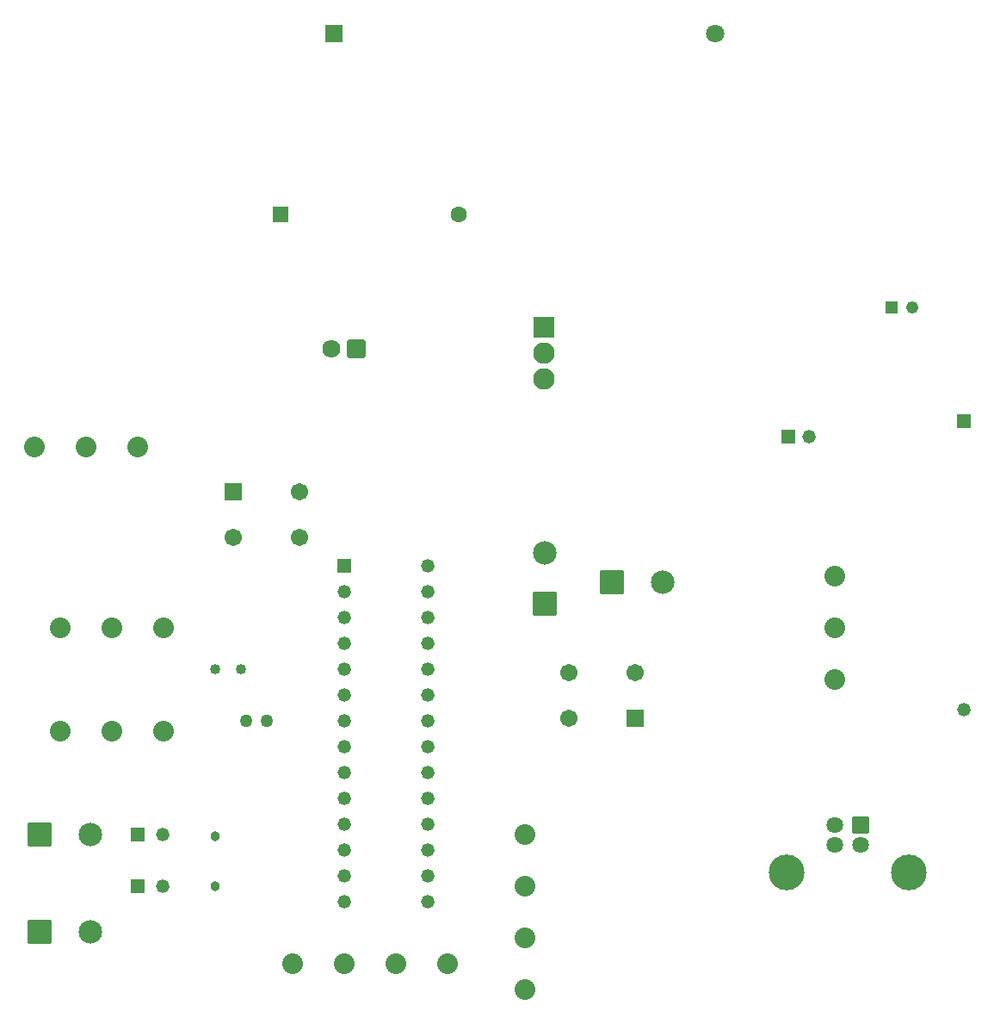
<source format=gbr>
%TF.GenerationSoftware,KiCad,Pcbnew,7.0.8*%
%TF.CreationDate,2023-11-20T12:48:28-05:00*%
%TF.ProjectId,Fufupot,46756675-706f-4742-9e6b-696361645f70,rev?*%
%TF.SameCoordinates,Original*%
%TF.FileFunction,Soldermask,Bot*%
%TF.FilePolarity,Negative*%
%FSLAX46Y46*%
G04 Gerber Fmt 4.6, Leading zero omitted, Abs format (unit mm)*
G04 Created by KiCad (PCBNEW 7.0.8) date 2023-11-20 12:48:28*
%MOMM*%
%LPD*%
G01*
G04 APERTURE LIST*
G04 Aperture macros list*
%AMRoundRect*
0 Rectangle with rounded corners*
0 $1 Rounding radius*
0 $2 $3 $4 $5 $6 $7 $8 $9 X,Y pos of 4 corners*
0 Add a 4 corners polygon primitive as box body*
4,1,4,$2,$3,$4,$5,$6,$7,$8,$9,$2,$3,0*
0 Add four circle primitives for the rounded corners*
1,1,$1+$1,$2,$3*
1,1,$1+$1,$4,$5*
1,1,$1+$1,$6,$7*
1,1,$1+$1,$8,$9*
0 Add four rect primitives between the rounded corners*
20,1,$1+$1,$2,$3,$4,$5,0*
20,1,$1+$1,$4,$5,$6,$7,0*
20,1,$1+$1,$6,$7,$8,$9,0*
20,1,$1+$1,$8,$9,$2,$3,0*%
G04 Aperture macros list end*
%ADD10R,1.800000X1.800000*%
%ADD11C,1.800000*%
%ADD12R,1.219200X1.219200*%
%ADD13C,1.219200*%
%ADD14RoundRect,0.102000X-0.952500X0.952500X-0.952500X-0.952500X0.952500X-0.952500X0.952500X0.952500X0*%
%ADD15C,2.109000*%
%ADD16RoundRect,0.102000X-1.050000X-1.050000X1.050000X-1.050000X1.050000X1.050000X-1.050000X1.050000X0*%
%ADD17C,2.304000*%
%ADD18C,2.032000*%
%ADD19R,1.320800X1.320800*%
%ADD20C,1.320800*%
%ADD21RoundRect,0.102000X-0.787500X-0.787500X0.787500X-0.787500X0.787500X0.787500X-0.787500X0.787500X0*%
%ADD22C,1.779000*%
%ADD23R,1.600200X1.600200*%
%ADD24C,1.600200*%
%ADD25RoundRect,0.102000X0.754000X0.754000X-0.754000X0.754000X-0.754000X-0.754000X0.754000X-0.754000X0*%
%ADD26C,1.712000*%
%ADD27RoundRect,0.102000X-0.754000X-0.754000X0.754000X-0.754000X0.754000X0.754000X-0.754000X0.754000X0*%
%ADD28C,1.270000*%
%ADD29RoundRect,0.102000X1.050000X-1.050000X1.050000X1.050000X-1.050000X1.050000X-1.050000X-1.050000X0*%
%ADD30C,0.965200*%
%ADD31C,1.016000*%
%ADD32C,3.520000*%
%ADD33C,1.632000*%
%ADD34RoundRect,0.102000X-0.714000X-0.714000X0.714000X-0.714000X0.714000X0.714000X-0.714000X0.714000X0*%
G04 APERTURE END LIST*
D10*
%TO.C,C10*%
X90470000Y-55880000D03*
D11*
X127970000Y-55880000D03*
%TD*%
D12*
%TO.C,C9*%
X145320000Y-82839415D03*
D13*
X147326600Y-82839415D03*
%TD*%
D14*
%TO.C,U5*%
X111155000Y-84764415D03*
D15*
X111155000Y-87314415D03*
X111155000Y-89864415D03*
%TD*%
D16*
%TO.C,J7*%
X61500000Y-134620000D03*
D17*
X66500000Y-134620000D03*
%TD*%
D18*
%TO.C,J11*%
X63500000Y-124460000D03*
X68580000Y-124460000D03*
X73660000Y-124460000D03*
%TD*%
D16*
%TO.C,J6*%
X61500000Y-144255000D03*
D17*
X66500000Y-144255000D03*
%TD*%
D19*
%TO.C,C6*%
X71120000Y-139700000D03*
D20*
X73620000Y-139700000D03*
%TD*%
D18*
%TO.C,J3*%
X71120000Y-96520000D03*
X66040000Y-96520000D03*
X60960000Y-96520000D03*
%TD*%
D19*
%TO.C,C5*%
X71120000Y-134620000D03*
D20*
X73620000Y-134620000D03*
%TD*%
D21*
%TO.C,J4*%
X92690000Y-86885000D03*
D22*
X90190000Y-86885000D03*
%TD*%
D16*
%TO.C,J12*%
X117782500Y-109866915D03*
D17*
X122782500Y-109866915D03*
%TD*%
D18*
%TO.C,J8*%
X86360000Y-147320000D03*
X91440000Y-147320000D03*
X96520000Y-147320000D03*
X101600000Y-147320000D03*
%TD*%
D23*
%TO.C,C12*%
X85230000Y-73660000D03*
D24*
X102730000Y-73660000D03*
%TD*%
D19*
%TO.C,R17*%
X152400000Y-93980000D03*
D20*
X152400000Y-122379994D03*
%TD*%
D25*
%TO.C,SW2*%
X120090000Y-123189415D03*
D26*
X113590000Y-123189415D03*
X120090000Y-118689415D03*
X113590000Y-118689415D03*
%TD*%
D18*
%TO.C,J10*%
X63500000Y-114300000D03*
X68580000Y-114300000D03*
X73660000Y-114300000D03*
%TD*%
D27*
%TO.C,SW1*%
X80570000Y-100909415D03*
D26*
X87070000Y-100909415D03*
X80570000Y-105409415D03*
X87070000Y-105409415D03*
%TD*%
D19*
%TO.C,C11*%
X135160000Y-95539415D03*
D20*
X137160000Y-95539415D03*
%TD*%
D28*
%TO.C,C7*%
X83820000Y-123479415D03*
X81820000Y-123479415D03*
%TD*%
D29*
%TO.C,J9*%
X111235000Y-111989415D03*
D17*
X111235000Y-106989415D03*
%TD*%
D30*
%TO.C,16MHz1*%
X78740000Y-139700000D03*
X78740000Y-134819999D03*
%TD*%
D31*
%TO.C,C8*%
X81280000Y-118399415D03*
X78740000Y-118399415D03*
%TD*%
D18*
%TO.C,J13*%
X139700000Y-119380000D03*
X139700000Y-114300000D03*
X139700000Y-109220000D03*
%TD*%
D19*
%TO.C,U4*%
X91440000Y-108239415D03*
D20*
X91440000Y-110779415D03*
X91440000Y-113319415D03*
X91440000Y-115859415D03*
X91440000Y-118399415D03*
X91440000Y-120939415D03*
X91440000Y-123479415D03*
X91440000Y-126019415D03*
X91440000Y-128559415D03*
X91440000Y-131099415D03*
X91440000Y-133639415D03*
X91440000Y-136179415D03*
X91440000Y-138719415D03*
X91440000Y-141259415D03*
X99695000Y-141259415D03*
X99695000Y-138719415D03*
X99695000Y-136179415D03*
X99695000Y-133639415D03*
X99695000Y-131099415D03*
X99695000Y-128559415D03*
X99695000Y-126019415D03*
X99695000Y-123479415D03*
X99695000Y-120939415D03*
X99695000Y-118399415D03*
X99695000Y-115859415D03*
X99695000Y-113319415D03*
X99695000Y-110779415D03*
X99695000Y-108239415D03*
%TD*%
D18*
%TO.C,J1*%
X109220000Y-149860000D03*
X109220000Y-144780000D03*
X109220000Y-139700000D03*
X109220000Y-134620000D03*
%TD*%
D32*
%TO.C,J2*%
X147010000Y-138389415D03*
X134970000Y-138389415D03*
D33*
X142240000Y-135679415D03*
X139740000Y-135679415D03*
X139740000Y-133679415D03*
D34*
X142240000Y-133679415D03*
%TD*%
M02*

</source>
